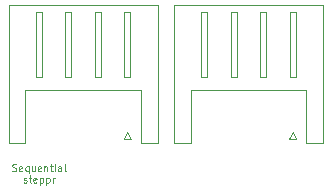
<source format=gto>
G04 #@! TF.GenerationSoftware,KiCad,Pcbnew,(5.1.0-1558-g0ba0c1724)*
G04 #@! TF.CreationDate,2019-11-29T21:27:21-08:00*
G04 #@! TF.ProjectId,SeqStepper,53657153-7465-4707-9065-722e6b696361,rev?*
G04 #@! TF.SameCoordinates,Original*
G04 #@! TF.FileFunction,Legend,Top*
G04 #@! TF.FilePolarity,Positive*
%FSLAX46Y46*%
G04 Gerber Fmt 4.6, Leading zero omitted, Abs format (unit mm)*
G04 Created by KiCad (PCBNEW (5.1.0-1558-g0ba0c1724)) date 2019-11-29 21:27:21*
%MOMM*%
%LPD*%
G04 APERTURE LIST*
%ADD10C,0.100000*%
%ADD11C,0.120000*%
G04 APERTURE END LIST*
D10*
X124757142Y-92759857D02*
X124842857Y-92788428D01*
X124985714Y-92788428D01*
X125042857Y-92759857D01*
X125071428Y-92731285D01*
X125100000Y-92674142D01*
X125100000Y-92617000D01*
X125071428Y-92559857D01*
X125042857Y-92531285D01*
X124985714Y-92502714D01*
X124871428Y-92474142D01*
X124814285Y-92445571D01*
X124785714Y-92417000D01*
X124757142Y-92359857D01*
X124757142Y-92302714D01*
X124785714Y-92245571D01*
X124814285Y-92217000D01*
X124871428Y-92188428D01*
X125014285Y-92188428D01*
X125100000Y-92217000D01*
X125585714Y-92759857D02*
X125528571Y-92788428D01*
X125414285Y-92788428D01*
X125357142Y-92759857D01*
X125328571Y-92702714D01*
X125328571Y-92474142D01*
X125357142Y-92417000D01*
X125414285Y-92388428D01*
X125528571Y-92388428D01*
X125585714Y-92417000D01*
X125614285Y-92474142D01*
X125614285Y-92531285D01*
X125328571Y-92588428D01*
X126128571Y-92388428D02*
X126128571Y-92988428D01*
X126128571Y-92759857D02*
X126071428Y-92788428D01*
X125957142Y-92788428D01*
X125900000Y-92759857D01*
X125871428Y-92731285D01*
X125842857Y-92674142D01*
X125842857Y-92502714D01*
X125871428Y-92445571D01*
X125900000Y-92417000D01*
X125957142Y-92388428D01*
X126071428Y-92388428D01*
X126128571Y-92417000D01*
X126671428Y-92388428D02*
X126671428Y-92788428D01*
X126414285Y-92388428D02*
X126414285Y-92702714D01*
X126442857Y-92759857D01*
X126500000Y-92788428D01*
X126585714Y-92788428D01*
X126642857Y-92759857D01*
X126671428Y-92731285D01*
X127185714Y-92759857D02*
X127128571Y-92788428D01*
X127014285Y-92788428D01*
X126957142Y-92759857D01*
X126928571Y-92702714D01*
X126928571Y-92474142D01*
X126957142Y-92417000D01*
X127014285Y-92388428D01*
X127128571Y-92388428D01*
X127185714Y-92417000D01*
X127214285Y-92474142D01*
X127214285Y-92531285D01*
X126928571Y-92588428D01*
X127471428Y-92388428D02*
X127471428Y-92788428D01*
X127471428Y-92445571D02*
X127500000Y-92417000D01*
X127557142Y-92388428D01*
X127642857Y-92388428D01*
X127700000Y-92417000D01*
X127728571Y-92474142D01*
X127728571Y-92788428D01*
X127928571Y-92388428D02*
X128157142Y-92388428D01*
X128014285Y-92188428D02*
X128014285Y-92702714D01*
X128042857Y-92759857D01*
X128100000Y-92788428D01*
X128157142Y-92788428D01*
X128357142Y-92788428D02*
X128357142Y-92388428D01*
X128357142Y-92188428D02*
X128328571Y-92217000D01*
X128357142Y-92245571D01*
X128385714Y-92217000D01*
X128357142Y-92188428D01*
X128357142Y-92245571D01*
X128900000Y-92788428D02*
X128900000Y-92474142D01*
X128871428Y-92417000D01*
X128814285Y-92388428D01*
X128700000Y-92388428D01*
X128642857Y-92417000D01*
X128900000Y-92759857D02*
X128842857Y-92788428D01*
X128700000Y-92788428D01*
X128642857Y-92759857D01*
X128614285Y-92702714D01*
X128614285Y-92645571D01*
X128642857Y-92588428D01*
X128700000Y-92559857D01*
X128842857Y-92559857D01*
X128900000Y-92531285D01*
X129271428Y-92788428D02*
X129214285Y-92759857D01*
X129185714Y-92702714D01*
X129185714Y-92188428D01*
X125714285Y-93725857D02*
X125771428Y-93754428D01*
X125885714Y-93754428D01*
X125942857Y-93725857D01*
X125971428Y-93668714D01*
X125971428Y-93640142D01*
X125942857Y-93583000D01*
X125885714Y-93554428D01*
X125800000Y-93554428D01*
X125742857Y-93525857D01*
X125714285Y-93468714D01*
X125714285Y-93440142D01*
X125742857Y-93383000D01*
X125800000Y-93354428D01*
X125885714Y-93354428D01*
X125942857Y-93383000D01*
X126142857Y-93354428D02*
X126371428Y-93354428D01*
X126228571Y-93154428D02*
X126228571Y-93668714D01*
X126257142Y-93725857D01*
X126314285Y-93754428D01*
X126371428Y-93754428D01*
X126800000Y-93725857D02*
X126742857Y-93754428D01*
X126628571Y-93754428D01*
X126571428Y-93725857D01*
X126542857Y-93668714D01*
X126542857Y-93440142D01*
X126571428Y-93383000D01*
X126628571Y-93354428D01*
X126742857Y-93354428D01*
X126800000Y-93383000D01*
X126828571Y-93440142D01*
X126828571Y-93497285D01*
X126542857Y-93554428D01*
X127085714Y-93354428D02*
X127085714Y-93954428D01*
X127085714Y-93383000D02*
X127142857Y-93354428D01*
X127257142Y-93354428D01*
X127314285Y-93383000D01*
X127342857Y-93411571D01*
X127371428Y-93468714D01*
X127371428Y-93640142D01*
X127342857Y-93697285D01*
X127314285Y-93725857D01*
X127257142Y-93754428D01*
X127142857Y-93754428D01*
X127085714Y-93725857D01*
X127628571Y-93354428D02*
X127628571Y-93954428D01*
X127628571Y-93383000D02*
X127685714Y-93354428D01*
X127800000Y-93354428D01*
X127857142Y-93383000D01*
X127885714Y-93411571D01*
X127914285Y-93468714D01*
X127914285Y-93640142D01*
X127885714Y-93697285D01*
X127857142Y-93725857D01*
X127800000Y-93754428D01*
X127685714Y-93754428D01*
X127628571Y-93725857D01*
X128171428Y-93754428D02*
X128171428Y-93354428D01*
X128171428Y-93468714D02*
X128200000Y-93411571D01*
X128228571Y-93383000D01*
X128285714Y-93354428D01*
X128342857Y-93354428D01*
D11*
X130750000Y-78690000D02*
X137060000Y-78690000D01*
X137060000Y-78690000D02*
X137060000Y-90410000D01*
X137060000Y-90410000D02*
X135640000Y-90410000D01*
X135640000Y-90410000D02*
X135640000Y-85910000D01*
X135640000Y-85910000D02*
X130750000Y-85910000D01*
X130750000Y-78690000D02*
X124440000Y-78690000D01*
X124440000Y-78690000D02*
X124440000Y-90410000D01*
X124440000Y-90410000D02*
X125860000Y-90410000D01*
X125860000Y-90410000D02*
X125860000Y-85910000D01*
X125860000Y-85910000D02*
X130750000Y-85910000D01*
X134750000Y-84800000D02*
X134750000Y-79300000D01*
X134750000Y-79300000D02*
X134250000Y-79300000D01*
X134250000Y-79300000D02*
X134250000Y-84800000D01*
X134250000Y-84800000D02*
X134750000Y-84800000D01*
X132250000Y-84800000D02*
X132250000Y-79300000D01*
X132250000Y-79300000D02*
X131750000Y-79300000D01*
X131750000Y-79300000D02*
X131750000Y-84800000D01*
X131750000Y-84800000D02*
X132250000Y-84800000D01*
X129750000Y-84800000D02*
X129750000Y-79300000D01*
X129750000Y-79300000D02*
X129250000Y-79300000D01*
X129250000Y-79300000D02*
X129250000Y-84800000D01*
X129250000Y-84800000D02*
X129750000Y-84800000D01*
X127250000Y-84800000D02*
X127250000Y-79300000D01*
X127250000Y-79300000D02*
X126750000Y-79300000D01*
X126750000Y-79300000D02*
X126750000Y-84800000D01*
X126750000Y-84800000D02*
X127250000Y-84800000D01*
X134500000Y-89500000D02*
X134800000Y-90100000D01*
X134800000Y-90100000D02*
X134200000Y-90100000D01*
X134200000Y-90100000D02*
X134500000Y-89500000D01*
X144750000Y-78690000D02*
X151060000Y-78690000D01*
X151060000Y-78690000D02*
X151060000Y-90410000D01*
X151060000Y-90410000D02*
X149640000Y-90410000D01*
X149640000Y-90410000D02*
X149640000Y-85910000D01*
X149640000Y-85910000D02*
X144750000Y-85910000D01*
X144750000Y-78690000D02*
X138440000Y-78690000D01*
X138440000Y-78690000D02*
X138440000Y-90410000D01*
X138440000Y-90410000D02*
X139860000Y-90410000D01*
X139860000Y-90410000D02*
X139860000Y-85910000D01*
X139860000Y-85910000D02*
X144750000Y-85910000D01*
X148750000Y-84800000D02*
X148750000Y-79300000D01*
X148750000Y-79300000D02*
X148250000Y-79300000D01*
X148250000Y-79300000D02*
X148250000Y-84800000D01*
X148250000Y-84800000D02*
X148750000Y-84800000D01*
X146250000Y-84800000D02*
X146250000Y-79300000D01*
X146250000Y-79300000D02*
X145750000Y-79300000D01*
X145750000Y-79300000D02*
X145750000Y-84800000D01*
X145750000Y-84800000D02*
X146250000Y-84800000D01*
X143750000Y-84800000D02*
X143750000Y-79300000D01*
X143750000Y-79300000D02*
X143250000Y-79300000D01*
X143250000Y-79300000D02*
X143250000Y-84800000D01*
X143250000Y-84800000D02*
X143750000Y-84800000D01*
X141250000Y-84800000D02*
X141250000Y-79300000D01*
X141250000Y-79300000D02*
X140750000Y-79300000D01*
X140750000Y-79300000D02*
X140750000Y-84800000D01*
X140750000Y-84800000D02*
X141250000Y-84800000D01*
X148500000Y-89500000D02*
X148800000Y-90100000D01*
X148800000Y-90100000D02*
X148200000Y-90100000D01*
X148200000Y-90100000D02*
X148500000Y-89500000D01*
M02*

</source>
